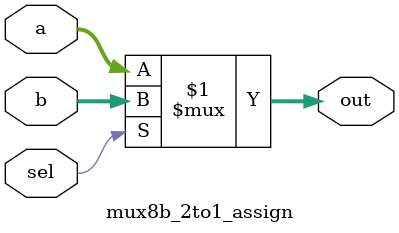
<source format=v>
`timescale 1ns / 1ps


module mux8b_2to1_assign(a, b, sel, out);
    input [7:0] a, b;
    input sel;
    output [7:0] out;
    
    assign out = sel? b: a;
endmodule
</source>
